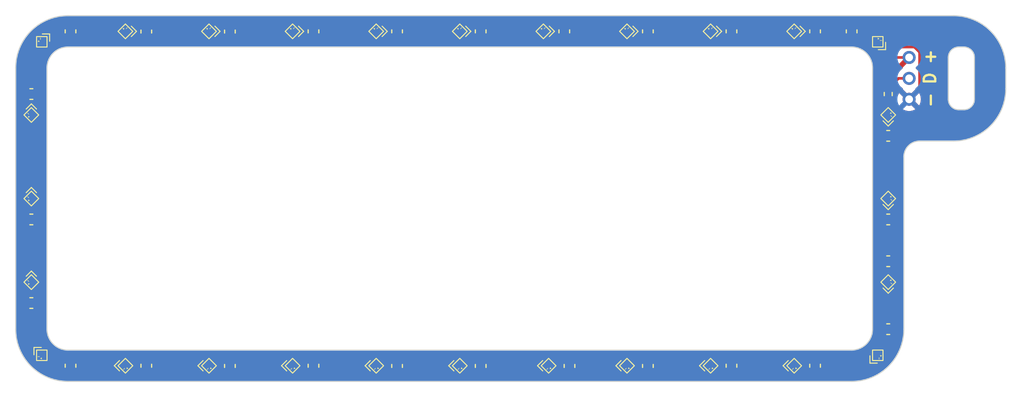
<source format=kicad_pcb>
(kicad_pcb (version 20221018) (generator pcbnew)
  (layers (0 "F.Cu" signal) (31 "B.Cu" signal) (34 "B.Paste" user) (35 "F.Paste" user) (36 "B.SilkS" user "B.Silkscreen") (37 "F.SilkS" user "F.Silkscreen") (38 "B.Mask" user) (39 "F.Mask" user) (44 "Edge.Cuts" user))
  (net 0 "")
  (net 1 "Net-(J1-Pin_2)")
  (net 2 "Net-(LED1-DO)")
  (net 3 "Net-(LED1-DI)")
  (net 4 "Net-(LED2-DO)")
  (net 5 "Net-(LED13-DO)")
  (net 6 "Net-(LED3-DO)")
  (net 7 "Net-(LED4-DO)")
  (net 8 "Net-(LED5-DO)")
  (net 9 "Net-(LED6-DO)")
  (net 10 "Net-(LED7-DO)")
  (net 11 "Net-(LED10-DI)")
  (net 12 "Net-(LED10-DO)")
  (net 13 "Net-(LED11-DO)")
  (net 14 "Net-(LED12-DO)")
  (net 15 "Net-(LED14-DO)")
  (net 16 "Net-(LED8-DO)")
  (net 17 "GND")
  (net 18 "VDD")
  (net 19 "Net-(LED15-DO)")
  (net 20 "Net-(LED16-DO)")
  (net 21 "Net-(LED17-DO)")
  (net 22 "Net-(LED18-DO)")
  (net 23 "Net-(LED19-DO)")
  (net 24 "Net-(LED20-DO)")
  (net 25 "Net-(LED21-DO)")
  (net 26 "Net-(LED22-DO)")
  (net 27 "Net-(LED23-DO)")
  (net 28 "Net-(LED24-DO)")
  (net 29 "Net-(LED25-DO)")
  (net 30 "Net-(LED26-DO)")
  (net 31 "Net-(LED27-DO)")
  (footprint "visorlight_parts:LED_1010RGBC" (layer "F.Cu") (at 109 92 -45)
    (fp_text reference "LED17" hide)
    (fp_text value "~" hide)
    (pad "1" smd roundrect (at -0.425 -0.425 315) (size 0.45 0.45) (layers "F.Cu" "F.Paste" "F.Mask") (roundrect_rratio 0.1) (net 21 "Net-(LED17-DO)"))
    (pad "2" smd roundrect (at 0.425 -0.425 315) (size 0.45 0.45) (layers "F.Cu" "F.Paste" "F.Mask") (roundrect_rratio 0.1) (net 18 "VDD"))
    (pad "3" smd roundrect (at -0.425 0.425 315) (size 0.45 0.45) (layers "F.Cu" "F.Paste" "F.Mask") (roundrect_rratio 0.1) (net 17 "GND"))
    (pad "4" smd roundrect (at 0.425 0.425 315) (size 0.45 0.45) (layers "F.Cu" "F.Paste" "F.Mask") (roundrect_rratio 0.1) (net 20 "Net-(LED16-DO)"))
  )
  (footprint "visorlight_parts:LED_1010RGBC" (layer "F.Cu") (at 191 108 135)
    (fp_text reference "LED3" hide)
    (fp_text value "~" hide)
    (pad "1" smd roundrect (at -0.425 -0.425 135) (size 0.45 0.45) (layers "F.Cu" "F.Paste" "F.Mask") (roundrect_rratio 0.1) (net 6 "Net-(LED3-DO)"))
    (pad "2" smd roundrect (at 0.425 -0.425 135) (size 0.45 0.45) (layers "F.Cu" "F.Paste" "F.Mask") (roundrect_rratio 0.1) (net 18 "VDD"))
    (pad "3" smd roundrect (at -0.425 0.425 135) (size 0.45 0.45) (layers "F.Cu" "F.Paste" "F.Mask") (roundrect_rratio 0.1) (net 17 "GND"))
    (pad "4" smd roundrect (at 0.425 0.425 135) (size 0.45 0.45) (layers "F.Cu" "F.Paste" "F.Mask") (roundrect_rratio 0.1) (net 4 "Net-(LED2-DO)"))
  )
  (footprint "Capacitor_SMD:C_0603_1608Metric" (layer "F.Cu") (at 109 102 180)
    (fp_text reference "C16" hide)
    (fp_text value "0.1µF" hide)
    (pad "1" smd roundrect (at -0.775 0 180) (size 0.9 0.95) (layers "F.Cu" "F.Paste" "F.Mask") (net 18 "VDD"))
    (pad "2" smd roundrect (at 0.775 0 180) (size 0.9 0.95) (layers "F.Cu" "F.Paste" "F.Mask") (net 17 "GND"))
  )
  (footprint "Capacitor_SMD:C_0603_1608Metric" (layer "F.Cu") (at 152 116.02 -90)
    (fp_text reference "C9" hide)
    (fp_text value "0.1µF" hide)
    (pad "1" smd roundrect (at -0.775 0 270) (size 0.9 0.95) (layers "F.Cu" "F.Paste" "F.Mask") (net 18 "VDD"))
    (pad "2" smd roundrect (at 0.775 0 270) (size 0.9 0.95) (layers "F.Cu" "F.Paste" "F.Mask") (net 17 "GND"))
  )
  (footprint "visorlight_parts:LED_1010RGBC" (layer "F.Cu") (at 191 100 135)
    (fp_text reference "LED2" hide)
    (fp_text value "~" hide)
    (pad "1" smd roundrect (at -0.425 -0.425 135) (size 0.45 0.45) (layers "F.Cu" "F.Paste" "F.Mask") (roundrect_rratio 0.1) (net 4 "Net-(LED2-DO)"))
    (pad "2" smd roundrect (at 0.425 -0.425 135) (size 0.45 0.45) (layers "F.Cu" "F.Paste" "F.Mask") (roundrect_rratio 0.1) (net 18 "VDD"))
    (pad "3" smd roundrect (at -0.425 0.425 135) (size 0.45 0.45) (layers "F.Cu" "F.Paste" "F.Mask") (roundrect_rratio 0.1) (net 17 "GND"))
    (pad "4" smd roundrect (at 0.425 0.425 135) (size 0.45 0.45) (layers "F.Cu" "F.Paste" "F.Mask") (roundrect_rratio 0.1) (net 2 "Net-(LED1-DO)"))
  )
  (footprint "Capacitor_SMD:C_0603_1608Metric" (layer "F.Cu") (at 160 84 90)
    (fp_text reference "C24" hide)
    (fp_text value "0.1µF" hide)
    (pad "1" smd roundrect (at -0.775 0 90) (size 0.9 0.95) (layers "F.Cu" "F.Paste" "F.Mask") (net 18 "VDD"))
    (pad "2" smd roundrect (at 0.775 0 90) (size 0.9 0.95) (layers "F.Cu" "F.Paste" "F.Mask") (net 17 "GND"))
  )
  (footprint "visorlight_parts:LED_1010RGBC" (layer "F.Cu") (at 190 115 90)
    (fp_text reference "LED4" hide)
    (fp_text value "~" hide)
    (pad "1" smd roundrect (at -0.425 -0.425 90) (size 0.45 0.45) (layers "F.Cu" "F.Paste" "F.Mask") (roundrect_rratio 0.1) (net 7 "Net-(LED4-DO)"))
    (pad "2" smd roundrect (at 0.425 -0.425 90) (size 0.45 0.45) (layers "F.Cu" "F.Paste" "F.Mask") (roundrect_rratio 0.1) (net 18 "VDD"))
    (pad "3" smd roundrect (at -0.425 0.425 90) (size 0.45 0.45) (layers "F.Cu" "F.Paste" "F.Mask") (roundrect_rratio 0.1) (net 17 "GND"))
    (pad "4" smd roundrect (at 0.425 0.425 90) (size 0.45 0.45) (layers "F.Cu" "F.Paste" "F.Mask") (roundrect_rratio 0.1) (net 6 "Net-(LED3-DO)"))
  )
  (footprint "visorlight_parts:LED_1010RGBC" (layer "F.Cu") (at 142 116 45)
    (fp_text reference "LED10" hide)
    (fp_text value "~" hide)
    (pad "1" smd roundrect (at -0.425 -0.425 45) (size 0.45 0.45) (layers "F.Cu" "F.Paste" "F.Mask") (roundrect_rratio 0.1) (net 12 "Net-(LED10-DO)"))
    (pad "2" smd roundrect (at 0.425 -0.425 45) (size 0.45 0.45) (layers "F.Cu" "F.Paste" "F.Mask") (roundrect_rratio 0.1) (net 18 "VDD"))
    (pad "3" smd roundrect (at -0.425 0.425 45) (size 0.45 0.45) (layers "F.Cu" "F.Paste" "F.Mask") (roundrect_rratio 0.1) (net 17 "GND"))
    (pad "4" smd roundrect (at 0.425 0.425 45) (size 0.45 0.45) (layers "F.Cu" "F.Paste" "F.Mask") (roundrect_rratio 0.1) (net 11 "Net-(LED10-DI)"))
  )
  (footprint "Capacitor_SMD:C_0603_1608Metric" (layer "F.Cu") (at 109 110 180)
    (fp_text reference "C15" hide)
    (fp_text value "0.1µF" hide)
    (pad "1" smd roundrect (at -0.775 0 180) (size 0.9 0.95) (layers "F.Cu" "F.Paste" "F.Mask") (net 18 "VDD"))
    (pad "2" smd roundrect (at 0.775 0 180) (size 0.9 0.95) (layers "F.Cu" "F.Paste" "F.Mask") (net 17 "GND"))
  )
  (footprint "visorlight_parts:LED_1010RGBC" (layer "F.Cu") (at 134 116 45)
    (fp_text reference "LED11" hide)
    (fp_text value "~" hide)
    (pad "1" smd roundrect (at -0.425 -0.425 45) (size 0.45 0.45) (layers "F.Cu" "F.Paste" "F.Mask") (roundrect_rratio 0.1) (net 13 "Net-(LED11-DO)"))
    (pad "2" smd roundrect (at 0.425 -0.425 45) (size 0.45 0.45) (layers "F.Cu" "F.Paste" "F.Mask") (roundrect_rratio 0.1) (net 18 "VDD"))
    (pad "3" smd roundrect (at -0.425 0.425 45) (size 0.45 0.45) (layers "F.Cu" "F.Paste" "F.Mask") (roundrect_rratio 0.1) (net 17 "GND"))
    (pad "4" smd roundrect (at 0.425 0.425 45) (size 0.45 0.45) (layers "F.Cu" "F.Paste" "F.Mask") (roundrect_rratio 0.1) (net 12 "Net-(LED10-DO)"))
  )
  (footprint "Capacitor_SMD:C_0603_1608Metric" (layer "F.Cu") (at 187.5 84 90)
    (fp_text reference "C28" hide)
    (fp_text value "0.1µF")
    (pad "1" smd roundrect (at -0.775 0 90) (size 0.9 0.95) (layers "F.Cu" "F.Paste" "F.Mask") (net 18 "VDD"))
    (pad "2" smd roundrect (at 0.775 0 90) (size 0.9 0.95) (layers "F.Cu" "F.Paste" "F.Mask") (net 17 "GND"))
  )
  (footprint "visorlight_parts:LED_1010RGBC" (layer "F.Cu") (at 134 84 -135)
    (fp_text reference "LED21" hide)
    (fp_text value "~" hide)
    (pad "1" smd roundrect (at -0.425 -0.425 225) (size 0.45 0.45) (layers "F.Cu" "F.Paste" "F.Mask") (roundrect_rratio 0.1) (net 25 "Net-(LED21-DO)"))
    (pad "2" smd roundrect (at 0.425 -0.425 225) (size 0.45 0.45) (layers "F.Cu" "F.Paste" "F.Mask") (roundrect_rratio 0.1) (net 18 "VDD"))
    (pad "3" smd roundrect (at -0.425 0.425 225) (size 0.45 0.45) (layers "F.Cu" "F.Paste" "F.Mask") (roundrect_rratio 0.1) (net 17 "GND"))
    (pad "4" smd roundrect (at 0.425 0.425 225) (size 0.45 0.45) (layers "F.Cu" "F.Paste" "F.Mask") (roundrect_rratio 0.1) (net 24 "Net-(LED20-DO)"))
  )
  (footprint "Capacitor_SMD:C_0603_1608Metric" (layer "F.Cu") (at 128 84.02 90)
    (fp_text reference "C20" hide)
    (fp_text value "0.1µF" hide)
    (pad "1" smd roundrect (at -0.775 0 90) (size 0.9 0.95) (layers "F.Cu" "F.Paste" "F.Mask") (net 18 "VDD"))
    (pad "2" smd roundrect (at 0.775 0 90) (size 0.9 0.95) (layers "F.Cu" "F.Paste" "F.Mask") (net 17 "GND"))
  )
  (footprint "visorlight_parts:LED_1010RGBC" (layer "F.Cu") (at 118 84 -135)
    (fp_text reference "LED19" hide)
    (fp_text value "~" hide)
    (pad "1" smd roundrect (at -0.425 -0.425 225) (size 0.45 0.45) (layers "F.Cu" "F.Paste" "F.Mask") (roundrect_rratio 0.1) (net 23 "Net-(LED19-DO)"))
    (pad "2" smd roundrect (at 0.425 -0.425 225) (size 0.45 0.45) (layers "F.Cu" "F.Paste" "F.Mask") (roundrect_rratio 0.1) (net 18 "VDD"))
    (pad "3" smd roundrect (at -0.425 0.425 225) (size 0.45 0.45) (layers "F.Cu" "F.Paste" "F.Mask") (roundrect_rratio 0.1) (net 17 "GND"))
    (pad "4" smd roundrect (at 0.425 0.425 225) (size 0.45 0.45) (layers "F.Cu" "F.Paste" "F.Mask") (roundrect_rratio 0.1) (net 22 "Net-(LED18-DO)"))
  )
  (footprint "visorlight_parts:LED_1010RGBC" (layer "F.Cu") (at 150 84 -135)
    (fp_text reference "LED23" hide)
    (fp_text value "~" hide)
    (pad "1" smd roundrect (at -0.425 -0.425 225) (size 0.45 0.45) (layers "F.Cu" "F.Paste" "F.Mask") (roundrect_rratio 0.1) (net 27 "Net-(LED23-DO)"))
    (pad "2" smd roundrect (at 0.425 -0.425 225) (size 0.45 0.45) (layers "F.Cu" "F.Paste" "F.Mask") (roundrect_rratio 0.1) (net 18 "VDD"))
    (pad "3" smd roundrect (at -0.425 0.425 225) (size 0.45 0.45) (layers "F.Cu" "F.Paste" "F.Mask") (roundrect_rratio 0.1) (net 17 "GND"))
    (pad "4" smd roundrect (at 0.425 0.425 225) (size 0.45 0.45) (layers "F.Cu" "F.Paste" "F.Mask") (roundrect_rratio 0.1) (net 26 "Net-(LED22-DO)"))
  )
  (footprint "visorlight_parts:LED_1010RGBC" (layer "F.Cu") (at 191 92 135)
    (fp_text reference "LED1" hide)
    (fp_text value "~" hide)
    (pad "1" smd roundrect (at -0.425 -0.425 135) (size 0.45 0.45) (layers "F.Cu" "F.Paste" "F.Mask") (roundrect_rratio 0.1) (net 2 "Net-(LED1-DO)"))
    (pad "2" smd roundrect (at 0.425 -0.425 135) (size 0.45 0.45) (layers "F.Cu" "F.Paste" "F.Mask") (roundrect_rratio 0.1) (net 18 "VDD"))
    (pad "3" smd roundrect (at -0.425 0.425 135) (size 0.45 0.45) (layers "F.Cu" "F.Paste" "F.Mask") (roundrect_rratio 0.1) (net 17 "GND"))
    (pad "4" smd roundrect (at 0.425 0.425 135) (size 0.45 0.45) (layers "F.Cu" "F.Paste" "F.Mask") (roundrect_rratio 0.1) (net 3 "Net-(LED1-DI)"))
  )
  (footprint "Capacitor_SMD:C_0603_1608Metric" (layer "F.Cu") (at 191 106)
    (fp_text reference "C3" hide)
    (fp_text value "0.1µF" hide)
    (pad "1" smd roundrect (at -0.775 0) (size 0.9 0.95) (layers "F.Cu" "F.Paste" "F.Mask") (net 18 "VDD"))
    (pad "2" smd roundrect (at 0.775 0) (size 0.9 0.95) (layers "F.Cu" "F.Paste" "F.Mask") (net 17 "GND"))
  )
  (footprint "Capacitor_SMD:C_0603_1608Metric" (layer "F.Cu") (at 191 94 180)
    (fp_text reference "C1" hide)
    (fp_text value "0.1µF" hide)
    (pad "1" smd roundrect (at -0.775 0 180) (size 0.9 0.95) (layers "F.Cu" "F.Paste" "F.Mask") (net 17 "GND"))
    (pad "2" smd roundrect (at 0.775 0 180) (size 0.9 0.95) (layers "F.Cu" "F.Paste" "F.Mask") (net 18 "VDD"))
  )
  (footprint "visorlight_parts:LED_1010RGBC" (layer "F.Cu") (at 110 115)
    (fp_text reference "LED14" hide)
    (fp_text value "~" hide)
    (pad "1" smd roundrect (at -0.425 -0.425) (size 0.45 0.45) (layers "F.Cu" "F.Paste" "F.Mask") (roundrect_rratio 0.1) (net 15 "Net-(LED14-DO)"))
    (pad "2" smd roundrect (at 0.425 -0.425) (size 0.45 0.45) (layers "F.Cu" "F.Paste" "F.Mask") (roundrect_rratio 0.1) (net 18 "VDD"))
    (pad "3" smd roundrect (at -0.425 0.425) (size 0.45 0.45) (layers "F.Cu" "F.Paste" "F.Mask") (roundrect_rratio 0.1) (net 17 "GND"))
    (pad "4" smd roundrect (at 0.425 0.425) (size 0.45 0.45) (layers "F.Cu" "F.Paste" "F.Mask") (roundrect_rratio 0.1) (net 5 "Net-(LED13-DO)"))
  )
  (footprint "visorlight_parts:LED_1010RGBC" (layer "F.Cu") (at 174 116 45)
    (fp_text reference "LED6" hide)
    (fp_text value "~" hide)
    (pad "1" smd roundrect (at -0.425 -0.425 45) (size 0.45 0.45) (layers "F.Cu" "F.Paste" "F.Mask") (roundrect_rratio 0.1) (net 9 "Net-(LED6-DO)"))
    (pad "2" smd roundrect (at 0.425 -0.425 45) (size 0.45 0.45) (layers "F.Cu" "F.Paste" "F.Mask") (roundrect_rratio 0.1) (net 18 "VDD"))
    (pad "3" smd roundrect (at -0.425 0.425 45) (size 0.45 0.45) (layers "F.Cu" "F.Paste" "F.Mask") (roundrect_rratio 0.1) (net 17 "GND"))
    (pad "4" smd roundrect (at 0.425 0.425 45) (size 0.45 0.45) (layers "F.Cu" "F.Paste" "F.Mask") (roundrect_rratio 0.1) (net 8 "Net-(LED5-DO)"))
  )
  (footprint "Capacitor_SMD:C_0603_1608Metric" (layer "F.Cu") (at 184 116 -90)
    (fp_text reference "C5" hide)
    (fp_text value "0.1µF" hide)
    (pad "1" smd roundrect (at -0.775 0 270) (size 0.9 0.95) (layers "F.Cu" "F.Paste" "F.Mask") (net 18 "VDD"))
    (pad "2" smd roundrect (at 0.775 0 270) (size 0.9 0.95) (layers "F.Cu" "F.Paste" "F.Mask") (net 17 "GND"))
  )
  (footprint "visorlight_parts:LED_1010RGBC" (layer "F.Cu") (at 126 116 45)
    (fp_text reference "LED12" hide)
    (fp_text value "~" hide)
    (pad "1" smd roundrect (at -0.425 -0.425 45) (size 0.45 0.45) (layers "F.Cu" "F.Paste" "F.Mask") (roundrect_rratio 0.1) (net 14 "Net-(LED12-DO)"))
    (pad "2" smd roundrect (at 0.425 -0.425 45) (size 0.45 0.45) (layers "F.Cu" "F.Paste" "F.Mask") (roundrect_rratio 0.1) (net 18 "VDD"))
    (pad "3" smd roundrect (at -0.425 0.425 45) (size 0.45 0.45) (layers "F.Cu" "F.Paste" "F.Mask") (roundrect_rratio 0.1) (net 17 "GND"))
    (pad "4" smd roundrect (at 0.425 0.425 45) (size 0.45 0.45) (layers "F.Cu" "F.Paste" "F.Mask") (roundrect_rratio 0.1) (net 13 "Net-(LED11-DO)"))
  )
  (footprint "visorlight_parts:LED_1010RGBC" (layer "F.Cu") (at 158.5 116 45)
    (fp_text reference "LED8" hide)
    (fp_text value "~" hide)
    (pad "1" smd roundrect (at -0.425 -0.425 45) (size 0.45 0.45) (layers "F.Cu" "F.Paste" "F.Mask") (roundrect_rratio 0.1) (net 16 "Net-(LED8-DO)"))
    (pad "2" smd roundrect (at 0.425 -0.425 45) (size 0.45 0.45) (layers "F.Cu" "F.Paste" "F.Mask") (roundrect_rratio 0.1) (net 18 "VDD"))
    (pad "3" smd roundrect (at -0.425 0.425 45) (size 0.45 0.45) (layers "F.Cu" "F.Paste" "F.Mask") (roundrect_rratio 0.1) (net 17 "GND"))
    (pad "4" smd roundrect (at 0.425 0.425 45) (size 0.45 0.45) (layers "F.Cu" "F.Paste" "F.Mask") (roundrect_rratio 0.1) (net 10 "Net-(LED7-DO)"))
  )
  (footprint "visorlight_parts:LED_1010RGBC" (layer "F.Cu") (at 109 100 -45)
    (fp_text reference "LED16" hide)
    (fp_text value "~" hide)
    (pad "1" smd roundrect (at -0.425 -0.425 315) (size 0.45 0.45) (layers "F.Cu" "F.Paste" "F.Mask") (roundrect_rratio 0.1) (net 20 "Net-(LED16-DO)"))
    (pad "2" smd roundrect (at 0.425 -0.425 315) (size 0.45 0.45) (layers "F.Cu" "F.Paste" "F.Mask") (roundrect_rratio 0.1) (net 18 "VDD"))
    (pad "3" smd roundrect (at -0.425 0.425 315) (size 0.45 0.45) (layers "F.Cu" "F.Paste" "F.Mask") (roundrect_rratio 0.1) (net 17 "GND"))
    (pad "4" smd roundrect (at 0.425 0.425 315) (size 0.45 0.45) (layers "F.Cu" "F.Paste" "F.Mask") (roundrect_rratio 0.1) (net 19 "Net-(LED15-DO)"))
  )
  (footprint "visorlight_parts:LED_1010RGBC" (layer "F.Cu") (at 166 116 45)
    (fp_text reference "LED7" hide)
    (fp_text value "~" hide)
    (pad "1" smd roundrect (at -0.425 -0.425 45) (size 0.45 0.45) (layers "F.Cu" "F.Paste" "F.Mask") (roundrect_rratio 0.1) (net 10 "Net-(LED7-DO)"))
    (pad "2" smd roundrect (at 0.425 -0.425 45) (size 0.45 0.45) (layers "F.Cu" "F.Paste" "F.Mask") (roundrect_rratio 0.1) (net 18 "VDD"))
    (pad "3" smd roundrect (at -0.425 0.425 45) (size 0.45 0.45) (layers "F.Cu" "F.Paste" "F.Mask") (roundrect_rratio 0.1) (net 17 "GND"))
    (pad "4" smd roundrect (at 0.425 0.425 45) (size 0.45 0.45) (layers "F.Cu" "F.Paste" "F.Mask") (roundrect_rratio 0.1) (net 9 "Net-(LED6-DO)"))
  )
  (footprint "Capacitor_SMD:C_0603_1608Metric" (layer "F.Cu") (at 120 116 -90)
    (fp_text reference "C13" hide)
    (fp_text value "0.1µF" hide)
    (pad "1" smd roundrect (at -0.775 0 270) (size 0.9 0.95) (layers "F.Cu" "F.Paste" "F.Mask") (net 18 "VDD"))
    (pad "2" smd roundrect (at 0.775 0 270) (size 0.9 0.95) (layers "F.Cu" "F.Paste" "F.Mask") (net 17 "GND"))
  )
  (footprint "visorlight_parts:LED_1010RGBC" (layer "F.Cu") (at 158 84 -135)
    (fp_text reference "LED24" hide)
    (fp_text value "~" hide)
    (pad "1" smd roundrect (at -0.425 -0.425 225) (size 0.45 0.45) (layers "F.Cu" "F.Paste" "F.Mask") (roundrect_rratio 0.1) (net 28 "Net-(LED24-DO)"))
    (pad "2" smd roundrect (at 0.425 -0.425 225) (size 0.45 0.45) (layers "F.Cu" "F.Paste" "F.Mask") (roundrect_rratio 0.1) (net 18 "VDD"))
    (pad "3" smd roundrect (at -0.425 0.425 225) (size 0.45 0.45) (layers "F.Cu" "F.Paste" "F.Mask") (roundrect_rratio 0.1) (net 17 "GND"))
    (pad "4" smd roundrect (at 0.425 0.425 225) (size 0.45 0.45) (layers "F.Cu" "F.Paste" "F.Mask") (roundrect_rratio 0.1) (net 27 "Net-(LED23-DO)"))
  )
  (footprint "visorlight_parts:LED_1010RGBC" (layer "F.Cu") (at 118 116 45)
    (fp_text reference "LED13" hide)
    (fp_text value "~" hide)
    (pad "1" smd roundrect (at -0.425 -0.425 45) (size 0.45 0.45) (layers "F.Cu" "F.Paste" "F.Mask") (roundrect_rratio 0.1) (net 5 "Net-(LED13-DO)"))
    (pad "2" smd roundrect (at 0.425 -0.425 45) (size 0.45 0.45) (layers "F.Cu" "F.Paste" "F.Mask") (roundrect_rratio 0.1) (net 18 "VDD"))
    (pad "3" smd roundrect (at -0.425 0.425 45) (size 0.45 0.45) (layers "F.Cu" "F.Paste" "F.Mask") (roundrect_rratio 0.1) (net 17 "GND"))
    (pad "4" smd roundrect (at 0.425 0.425 45) (size 0.45 0.45) (layers "F.Cu" "F.Paste" "F.Mask") (roundrect_rratio 0.1) (net 14 "Net-(LED12-DO)"))
  )
  (footprint "visorlight_parts:LED_1010RGBC" (layer "F.Cu") (at 166 84 -135)
    (fp_text reference "LED25" hide)
    (fp_text value "~" hide)
    (pad "1" smd roundrect (at -0.425 -0.425 225) (size 0.45 0.45) (layers "F.Cu" "F.Paste" "F.Mask") (roundrect_rratio 0.1) (net 29 "Net-(LED25-DO)"))
    (pad "2" smd roundrect (at 0.425 -0.425 225) (size 0.45 0.45) (layers "F.Cu" "F.Paste" "F.Mask") (roundrect_rratio 0.1) (net 18 "VDD"))
    (pad "3" smd roundrect (at -0.425 0.425 225) (size 0.45 0.45) (layers "F.Cu" "F.Paste" "F.Mask") (roundrect_rratio 0.1) (net 17 "GND"))
    (pad "4" smd roundrect (at 0.425 0.425 225) (size 0.45 0.45) (layers "F.Cu" "F.Paste" "F.Mask") (roundrect_rratio 0.1) (net 28 "Net-(LED24-DO)"))
  )
  (footprint "visorlight_parts:LED_1010RGBC" (layer "F.Cu") (at 126 84 -135)
    (fp_text reference "LED20" hide)
    (fp_text value "~" hide)
    (pad "1" smd roundrect (at -0.425 -0.425 225) (size 0.45 0.45) (layers "F.Cu" "F.Paste" "F.Mask") (roundrect_rratio 0.1) (net 24 "Net-(LED20-DO)"))
    (pad "2" smd roundrect (at 0.425 -0.425 225) (size 0.45 0.45) (layers "F.Cu" "F.Paste" "F.Mask") (roundrect_rratio 0.1) (net 18 "VDD"))
    (pad "3" smd roundrect (at -0.425 0.425 225) (size 0.45 0.45) (layers "F.Cu" "F.Paste" "F.Mask") (roundrect_rratio 0.1) (net 17 "GND"))
    (pad "4" smd roundrect (at 0.425 0.425 225) (size 0.45 0.45) (layers "F.Cu" "F.Paste" "F.Mask") (roundrect_rratio 0.1) (net 23 "Net-(LED19-DO)"))
  )
  (footprint "visorlight_parts:LED_1010RGBC" (layer "F.Cu") (at 109 108 -45)
    (fp_text reference "LED15" hide)
    (fp_text value "~" hide)
    (pad "1" smd roundrect (at -0.425 -0.425 315) (size 0.45 0.45) (layers "F.Cu" "F.Paste" "F.Mask") (roundrect_rratio 0.1) (net 19 "Net-(LED15-DO)"))
    (pad "2" smd roundrect (at 0.425 -0.425 315) (size 0.45 0.45) (layers "F.Cu" "F.Paste" "F.Mask") (roundrect_rratio 0.1) (net 18 "VDD"))
    (pad "3" smd roundrect (at -0.425 0.425 315) (size 0.45 0.45) (layers "F.Cu" "F.Paste" "F.Mask") (roundrect_rratio 0.1) (net 17 "GND"))
    (pad "4" smd roundrect (at 0.425 0.425 315) (size 0.45 0.45) (layers "F.Cu" "F.Paste" "F.Mask") (roundrect_rratio 0.1) (net 15 "Net-(LED14-DO)"))
  )
  (footprint "Capacitor_SMD:C_0603_1608Metric" (layer "F.Cu") (at 128 116.02 -90)
    (fp_text reference "C12" hide)
    (fp_text value "0.1µF" hide)
    (pad "1" smd roundrect (at -0.775 0 270) (size 0.9 0.95) (layers "F.Cu" "F.Paste" "F.Mask") (net 18 "VDD"))
    (pad "2" smd roundrect (at 0.775 0 270) (size 0.9 0.95) (layers "F.Cu" "F.Paste" "F.Mask") (net 17 "GND"))
  )
  (footprint "Capacitor_SMD:C_0603_1608Metric" (layer "F.Cu") (at 191 112.5)
    (fp_text reference "C4" hide)
    (fp_text value "0.1µF")
    (pad "1" smd roundrect (at -0.775 0) (size 0.9 0.95) (layers "F.Cu" "F.Paste" "F.Mask") (net 18 "VDD"))
    (pad "2" smd roundrect (at 0.775 0) (size 0.9 0.95) (layers "F.Cu" "F.Paste" "F.Mask") (net 17 "GND"))
  )
  (footprint "Resistor_SMD:R_0402_1005Metric" (layer "F.Cu") (at 191 90 90)
    (fp_text reference "R1" hide)
    (fp_text value "100Ω" hide)
    (pad "1" smd roundrect (at -0.51 0 90) (size 0.54 0.64) (layers "F.Cu" "F.Paste" "F.Mask") (net 3 "Net-(LED1-DI)"))
    (pad "2" smd roundrect (at 0.51 0 90) (size 0.54 0.64) (layers "F.Cu" "F.Paste" "F.Mask") (net 1 "Net-(J1-Pin_2)"))
  )
  (footprint "Capacitor_SMD:C_0603_1608Metric" (layer "F.Cu") (at 191 102)
    (fp_text reference "C2" hide)
    (fp_text value "0.1µF" hide)
    (pad "1" smd roundrect (at -0.775 0) (size 0.9 0.95) (layers "F.Cu" "F.Paste" "F.Mask") (net 18 "VDD"))
    (pad "2" smd roundrect (at 0.775 0) (size 0.9 0.95) (layers "F.Cu" "F.Paste" "F.Mask") (net 17 "GND"))
  )
  (footprint "visorlight_parts:LED_1010RGBC" (layer "F.Cu") (at 190 85 180)
    (fp_text reference "LED28" hide)
    (fp_text value "~" hide)
    (pad "1" smd roundrect (at -0.425 -0.425 180) (size 0.45 0.45) (layers "F.Cu" "F.Paste" "F.Mask") (roundrect_rratio 0.1))
    (pad "2" smd roundrect (at 0.425 -0.425 180) (size 0.45 0.45) (layers "F.Cu" "F.Paste" "F.Mask") (roundrect_rratio 0.1) (net 18 "VDD"))
    (pad "3" smd roundrect (at -0.425 0.425 180) (size 0.45 0.45) (layers "F.Cu" "F.Paste" "F.Mask") (roundrect_rratio 0.1) (net 17 "GND"))
    (pad "4" smd roundrect (at 0.425 0.425 180) (size 0.45 0.45) (layers "F.Cu" "F.Paste" "F.Mask") (roundrect_rratio 0.1) (net 31 "Net-(LED27-DO)"))
  )
  (footprint "visorlight_parts:LED_1010RGBC" (layer "F.Cu") (at 182 84 -135)
    (fp_text reference "LED27" hide)
    (fp_text value "~" hide)
    (pad "1" smd roundrect (at -0.425 -0.425 225) (size 0.45 0.45) (layers "F.Cu" "F.Paste" "F.Mask") (roundrect_rratio 0.1) (net 31 "Net-(LED27-DO)"))
    (pad "2" smd roundrect (at 0.425 -0.425 225) (size 0.45 0.45) (layers "F.Cu" "F.Paste" "F.Mask") (roundrect_rratio 0.1) (net 18 "VDD"))
    (pad "3" smd roundrect (at -0.425 0.425 225) (size 0.45 0.45) (layers "F.Cu" "F.Paste" "F.Mask") (roundrect_rratio 0.1) (net 17 "GND"))
    (pad "4" smd roundrect (at 0.425 0.425 225) (size 0.45 0.45) (layers "F.Cu" "F.Paste" "F.Mask") (roundrect_rratio 0.1) (net 30 "Net-(LED26-DO)"))
  )
  (footprint "Capacitor_SMD:C_0603_1608Metric" (layer "F.Cu") (at 112.75 84 90)
    (fp_text reference "C18" hide)
    (fp_text value "0.1µF")
    (pad "1" smd roundrect (at -0.775 0 90) (size 0.9 0.95) (layers "F.Cu" "F.Paste" "F.Mask") (net 18 "VDD"))
    (pad "2" smd roundrect (at 0.775 0 90) (size 0.9 0.95) (layers "F.Cu" "F.Paste" "F.Mask") (net 17 "GND"))
  )
  (footprint "Capacitor_SMD:C_0603_1608Metric" (layer "F.Cu") (at 136 84 90)
    (fp_text reference "C21" hide)
    (fp_text value "0.1µF" hide)
    (pad "1" smd roundrect (at -0.775 0 90) (size 0.9 0.95) (layers "F.Cu" "F.Paste" "F.Mask") (net 18 "VDD"))
    (pad "2" smd roundrect (at 0.775 0 90) (size 0.9 0.95) (layers "F.Cu" "F.Paste" "F.Mask") (net 17 "GND"))
  )
  (footprint "visorlight_parts:LED_1010RGBC" (layer "F.Cu") (at 182 116 45)
    (fp_text reference "LED5" hide)
    (fp_text value "~" hide)
    (pad "1" smd roundrect (at -0.425 -0.425 45) (size 0.45 0.45) (layers "F.Cu" "F.Paste" "F.Mask") (roundrect_rratio 0.1) (net 8 "Net-(LED5-DO)"))
    (pad "2" smd roundrect (at 0.425 -0.425 45) (size 0.45 0.45) (layers "F.Cu" "F.Paste" "F.Mask") (roundrect_rratio 0.1) (net 18 "VDD"))
    (pad "3" smd roundrect (at -0.425 0.425 45) (size 0.45 0.45) (layers "F.Cu" "F.Paste" "F.Mask") (roundrect_rratio 0.1) (net 17 "GND"))
    (pad "4" smd roundrect (at 0.425 0.425 45) (size 0.45 0.45) (layers "F.Cu" "F.Paste" "F.Mask") (roundrect_rratio 0.1) (net 7 "Net-(LED4-DO)"))
  )
  (footprint "visorlight_parts:LED_1010RGBC" (layer "F.Cu") (at 150 116 45)
    (fp_text reference "LED9" hide)
    (fp_text value "~" hide)
    (pad "1" smd roundrect (at -0.425 -0.425 45) (size 0.45 0.45) (layers "F.Cu" "F.Paste" "F.Mask") (roundrect_rratio 0.1) (net 11 "Net-(LED10-DI)"))
    (pad "2" smd roundrect (at 0.425 -0.425 45) (size 0.45 0.45) (layers "F.Cu" "F.Paste" "F.Mask") (roundrect_rratio 0.1) (net 18 "VDD"))
    (pad "3" smd roundrect (at -0.425 0.425 45) (size 0.45 0.45) (layers "F.Cu" "F.Paste" "F.Mask") (roundrect_rratio 0.1) (net 17 "GND"))
    (pad "4" smd roundrect (at 0.425 0.425 45) (size 0.45 0.45) (layers "F.Cu" "F.Paste" "F.Mask") (roundrect_rratio 0.1) (net 16 "Net-(LED8-DO)"))
  )
  (footprint "visorlight_parts:LED_1010RGBC" (layer "F.Cu") (at 174 84 -135)
    (fp_text reference "LED26" hide)
    (fp_text value "~" hide)
    (pad "1" smd roundrect (at -0.425 -0.425 225) (size 0.45 0.45) (layers "F.Cu" "F.Paste" "F.Mask") (roundrect_rratio 0.1) (net 30 "Net-(LED26-DO)"))
    (pad "2" smd roundrect (at 0.425 -0.425 225) (size 0.45 0.45) (layers "F.Cu" "F.Paste" "F.Mask") (roundrect_rratio 0.1) (net 18 "VDD"))
    (pad "3" smd roundrect (at -0.425 0.425 225) (size 0.45 0.45) (layers "F.Cu" "F.Paste" "F.Mask") (roundrect_rratio 0.1) (net 17 "GND"))
    (pad "4" smd roundrect (at 0.425 0.425 225) (size 0.45 0.45) (layers "F.Cu" "F.Paste" "F.Mask") (roundrect_rratio 0.1) (net 29 "Net-(LED25-DO)"))
  )
  (footprint "visorlight_parts:Wires_3x_Relief" (layer "F.Cu") (at 193 88.5)
    (fp_text reference "J1" hide)
    (fp_text value "Conn_01x03" hide)
    (fp_text user "- D +" (at 2 0 90 unlocked) (layer "F.SilkS") (effects (font (size 1.1 1.1) (thickness 0.22) bold)))
    (fp_line (start 3.75 -2) (end 3.75 2) (stroke (width 0.1)) (layer "Edge.Cuts"))
    (fp_line (start 4.749998 3) (end 5.249998 3.000002) (stroke (width 0.1)) (layer "Edge.Cuts"))
    (fp_line (start 4.75 -3) (end 5.25 -2.999998) (stroke (width 0.1)) (layer "Edge.Cuts"))
    (fp_line (start 6.25 -2) (end 6.25 2) (stroke (width 0.1)) (layer "Edge.Cuts"))
    (fp_arc (start 3.75 -2) (mid 4.042893 -2.707106) (end 4.75 -3) (stroke (width 0.1)) (layer "Edge.Cuts"))
    (fp_arc (start 4.75 3) (mid 4.042894 2.707107) (end 3.75 2) (stroke (width 0.1)) (layer "Edge.Cuts"))
    (fp_arc (start 5.25 -2.999998) (mid 5.957106 -2.707105) (end 6.25 -1.999998) (stroke (width 0.1)) (layer "Edge.Cuts"))
    (fp_arc (start 6.249998 2.000002) (mid 5.957105 2.707108) (end 5.249998 3.000002) (stroke (width 0.1)) (layer "Edge.Cuts"))
    (pad "1" thru_hole circle (at 0 -2) (size 1.25 1.25) (drill 0.75) (layers "*.Cu" "*.Mask") (net 18 "VDD"))
    (pad "2" thru_hole circle (at 0 0) (size 1.25 1.25) (drill 0.75) (layers "*.Cu" "*.Mask") (net 1 "Net-(J1-Pin_2)"))
    (pad "3" thru_hole circle (at 0 2) (size 1.25 1.25) (drill 0.75) (layers "*.Cu" "*.Mask") (net 17 "GND"))
  )
  (footprint "Capacitor_SMD:C_0603_1608Metric" (layer "F.Cu") (at 176 116 -90)
    (fp_text reference "C6" hide)
    (fp_text value "0.1µF" hide)
    (pad "1" smd roundrect (at -0.775 0 270) (size 0.9 0.95) (layers "F.Cu" "F.Paste" "F.Mask") (net 18 "VDD"))
    (pad "2" smd roundrect (at 0.775 0 270) (size 0.9 0.95) (layers "F.Cu" "F.Paste" "F.Mask") (net 17 "GND"))
  )
  (footprint "Capacitor_SMD:C_0603_1608Metric" (layer "F.Cu") (at 112.75 116 -90)
    (fp_text reference "C14" hide)
    (fp_text value "0.1µF")
    (pad "1" smd roundrect (at -0.775 0 270) (size 0.9 0.95) (layers "F.Cu" "F.Paste" "F.Mask") (net 18 "VDD"))
    (pad "2" smd roundrect (at 0.775 0 270) (size 0.9 0.95) (layers "F.Cu" "F.Paste" "F.Mask") (net 17 "GND"))
  )
  (footprint "visorlight_parts:LED_1010RGBC" (layer "F.Cu") (at 142 84 -135)
    (fp_text reference "LED22" hide)
    (fp_text value "~" hide)
    (pad "1" smd roundrect (at -0.425 -0.425 225) (size 0.45 0.45) (layers "F.Cu" "F.Paste" "F.Mask") (roundrect_rratio 0.1) (net 26 "Net-(LED22-DO)"))
    (pad "2" smd roundrect (at 0.425 -0.425 225) (size 0.45 0.45) (layers "F.Cu" "F.Paste" "F.Mask") (roundrect_rratio 0.1) (net 18 "VDD"))
    (pad "3" smd roundrect (at -0.425 0.425 225) (size 0.45 0.45) (layers "F.Cu" "F.Paste" "F.Mask") (roundrect_rratio 0.1) (net 17 "GND"))
    (pad "4" smd roundrect (at 0.425 0.425 225) (size 0.45 0.45) (layers "F.Cu" "F.Paste" "F.Mask") (roundrect_rratio 0.1) (net 25 "Net-(LED21-DO)"))
  )
  (footprint "Capacitor_SMD:C_0603_1608Metric" (layer "F.Cu") (at 152 84 90)
    (fp_text reference "C23" hide)
    (fp_text value "0.1µF" hide)
    (pad "1" smd roundrect (at -0.775 0 90) (size 0.9 0.95) (layers "F.Cu" "F.Paste" "F.Mask") (net 18 "VDD"))
    (pad "2" smd roundrect (at 0.775 0 90) (size 0.9 0.95) (layers "F.Cu" "F.Paste" "F.Mask") (net 17 "GND"))
  )
  (footprint "visorlight_parts:LED_1010RGBC" (layer "F.Cu") (at 110 85 -90)
    (fp_text reference "LED18" hide)
    (fp_text value "~" hide)
    (pad "1" smd roundrect (at -0.425 -0.425 270) (size 0.45 0.45) (layers "F.Cu" "F.Paste" "F.Mask") (roundrect_rratio 0.1) (net 22 "Net-(LED18-DO)"))
    (pad "2" smd roundrect (at 0.425 -0.425 270) (size 0.45 0.45) (layers "F.Cu" "F.Paste" "F.Mask") (roundrect_rratio 0.1) (net 18 "VDD"))
    (pad "3" smd roundrect (at -0.425 0.425 270) (size 0.45 0.45) (layers "F.Cu" "F.Paste" "F.Mask") (roundrect_rratio 0.1) (net 17 "GND"))
    (pad "4" smd roundrect (at 0.425 0.425 270) (size 0.45 0.45) (layers "F.Cu" "F.Paste" "F.Mask") (roundrect_rratio 0.1) (net 21 "Net-(LED17-DO)"))
  )
  (footprint "Capacitor_SMD:C_0603_1608Metric" (layer "F.Cu") (at 184 84 90)
    (fp_text reference "C27" hide)
    (fp_text value "0.1µF" hide)
    (pad "1" smd roundrect (at -0.775 0 90) (size 0.9 0.95) (layers "F.Cu" "F.Paste" "F.Mask") (net 18 "VDD"))
    (pad "2" smd roundrect (at 0.775 0 90) (size 0.9 0.95) (layers "F.Cu" "F.Paste" "F.Mask") (net 17 "GND"))
  )
  (footprint "Capacitor_SMD:C_0603_1608Metric" (layer "F.Cu") (at 109 90 180)
    (fp_text reference "C17" hide)
    (fp_text value "0.1µF" hide)
    (pad "1" smd roundrect (at -0.775 0 180) (size 0.9 0.95) (layers "F.Cu" "F.Paste" "F.Mask") (net 18 "VDD"))
    (pad "2" smd roundrect (at 0.775 0 180) (size 0.9 0.95) (layers "F.Cu" "F.Paste" "F.Mask") (net 17 "GND"))
  )
  (footprint "Capacitor_SMD:C_0603_1608Metric" (layer "F.Cu") (at 168 84 90)
    (fp_text reference "C25" hide)
    (fp_text value "0.1µF" hide)
    (pad "1" smd roundrect (at -0.775 0 90) (size 0.9 0.95) (layers "F.Cu" "F.Paste" "F.Mask") (net 18 "VDD"))
    (pad "2" smd roundrect (at 0.775 0 90) (size 0.9 0.95) (layers "F.Cu" "F.Paste" "F.Mask") (net 17 "GND"))
  )
  (footprint "Capacitor_SMD:C_0603_1608Metric" (layer "F.Cu") (at 176 84 90)
    (fp_text reference "C26" hide)
    (fp_text value "0.1µF" hide)
    (pad "1" smd roundrect (at -0.775 0 90) (size 0.9 0.95) (layers "F.Cu" "F.Paste" "F.Mask") (net 18 "VDD"))
    (pad "2" smd roundrect (at 0.775 0 90) (size 0.9 0.95) (layers "F.Cu" "F.Paste" "F.Mask") (net 17 "GND"))
  )
  (footprint "Capacitor_SMD:C_0603_1608Metric" (layer "F.Cu") (at 144 116.02 -90)
    (fp_text reference "C10" hide)
    (fp_text value "0.1µF" hide)
    (pad "1" smd roundrect (at -0.775 0 270) (size 0.9 0.95) (layers "F.Cu" "F.Paste" "F.Mask") (net 18 "VDD"))
    (pad "2" smd roundrect (at 0.775 0 270) (size 0.9 0.95) (layers "F.Cu" "F.Paste" "F.Mask") (net 17 "GND"))
  )
  (footprint "Capacitor_SMD:C_0603_1608Metric" (layer "F.Cu") (at 136 116 -90)
    (fp_text reference "C11" hide)
    (fp_text value "0.1µF" hide)
    (pad "1" smd roundrect (at -0.775 0 270) (size 0.9 0.95) (layers "F.Cu" "F.Paste" "F.Mask") (net 18 "VDD"))
    (pad "2" smd roundrect (at 0.775 0 270) (size 0.9 0.95) (layers "F.Cu" "F.Paste" "F.Mask") (net 17 "GND"))
  )
  (footprint "Capacitor_SMD:C_0603_1608Metric" (layer "F.Cu") (at 120 84.02 90)
    (fp_text reference "C19" hide)
    (fp_text value "0.1µF" hide)
    (pad "1" smd roundrect (at -0.775 0 90) (size 0.9 0.95) (layers "F.Cu" "F.Paste" "F.Mask") (net 18 "VDD"))
    (pad "2" smd roundrect (at 0.775 0 90) (size 0.9 0.95) (layers "F.Cu" "F.Paste" "F.Mask") (net 17 "GND"))
  )
  (footprint "Capacitor_SMD:C_0603_1608Metric" (layer "F.Cu") (at 160.5 116.02 -90)
    (fp_text reference "C8" hide)
    (fp_text value "0.1µF" hide)
    (pad "1" smd roundrect (at -0.775 0 270) (size 0.9 0.95) (layers "F.Cu" "F.Paste" "F.Mask") (net 18 "VDD"))
    (pad "2" smd roundrect (at 0.775 0 270) (size 0.9 0.95) (layers "F.Cu" "F.Paste" "F.Mask") (net 17 "GND"))
  )
  (footprint "Capacitor_SMD:C_0603_1608Metric" (layer "F.Cu") (at 168 116.02 -90)
    (fp_text reference "C7" hide)
    (fp_text value "0.1µF" hide)
    (pad "1" smd roundrect (at -0.775 0 270) (size 0.9 0.95) (layers "F.Cu" "F.Paste" "F.Mask") (net 18 "VDD"))
    (pad "2" smd roundrect (at 0.775 0 270) (size 0.9 0.95) (layers "F.Cu" "F.Paste" "F.Mask") (net 17 "GND"))
  )
  (footprint "Capacitor_SMD:C_0603_1608Metric" (layer "F.Cu") (at 144 84 90)
    (fp_text reference "C22" hide)
    (fp_text value "0.1µF" hide)
    (pad "1" smd roundrect (at -0.775 0 90) (size 0.9 0.95) (layers "F.Cu" "F.Paste" "F.Mask") (net 18 "VDD"))
    (pad "2" smd roundrect (at 0.775 0 90) (size 0.9 0.95) (layers "F.Cu" "F.Paste" "F.Mask") (net 17 "GND"))
  )
  (gr_line (start 112.5 114.5) (end 187.5 114.5) (stroke (width 0.1)) (layer "Edge.Cuts"))
  (gr_arc (start 112.5 117.5) (mid 108.964466 116.035534) (end 107.5 112.5) (stroke (width 0.1)) (layer "Edge.Cuts"))
  (gr_arc (start 187.5 85.5) (mid 188.914214 86.085786) (end 189.5 87.5) (stroke (width 0.1)) (layer "Edge.Cuts"))
  (gr_line (start 202.25 87.5) (end 202.25 89.5) (stroke (width 0.1)) (layer "Edge.Cuts"))
  (gr_arc (start 107.5 87.5) (mid 108.964466 83.964466) (end 112.5 82.5) (stroke (width 0.1)) (layer "Edge.Cuts"))
  (gr_line (start 112.5 117.5) (end 187.5 117.5) (stroke (width 0.1)) (layer "Edge.Cuts"))
  (gr_line (start 189.5 87.5) (end 189.5 112.5) (stroke (width 0.1)) (layer "Edge.Cuts"))
  (gr_line (start 110.5 87.5) (end 110.5 112.5) (stroke (width 0.1)) (layer "Edge.Cuts"))
  (gr_line (start 194 94.5) (end 197.25 94.5) (stroke (width 0.1)) (layer "Edge.Cuts"))
  (gr_arc (start 192.5 112.5) (mid 191.035534 116.035534) (end 187.5 117.5) (stroke (width 0.1)) (layer "Edge.Cuts"))
  (gr_arc (start 202.25 89.5) (mid 200.785534 93.035534) (end 197.25 94.5) (stroke (width 0.1)) (layer "Edge.Cuts"))
  (gr_line (start 107.5 87.5) (end 107.5 112.5) (stroke (width 0.1)) (layer "Edge.Cuts"))
  (gr_line (start 112.5 82.5) (end 197.25 82.5) (stroke (width 0.1)) (layer "Edge.Cuts"))
  (gr_arc (start 112.5 114.5) (mid 111.085786 113.914214) (end 110.5 112.5) (stroke (width 0.1)) (layer "Edge.Cuts"))
  (gr_line (start 192.5 112.5) (end 192.5 96) (stroke (width 0.1)) (layer "Edge.Cuts"))
  (gr_arc (start 189.5 112.5) (mid 188.914214 113.914214) (end 187.5 114.5) (stroke (width 0.1)) (layer "Edge.Cuts"))
  (gr_arc (start 110.5 87.5) (mid 111.085786 86.085786) (end 112.5 85.5) (stroke (width 0.1)) (layer "Edge.Cuts"))
  (gr_line (start 112.5 85.5) (end 187.5 85.5) (stroke (width 0.1)) (layer "Edge.Cuts"))
  (gr_arc (start 197.25 82.5) (mid 200.785534 83.964466) (end 202.25 87.5) (stroke (width 0.1)) (layer "Edge.Cuts"))
  (gr_arc (start 192.5 96) (mid 192.93934 94.93934) (end 194 94.5) (stroke (width 0.1)) (layer "Edge.Cuts"))
  (segment (start 193 88.5) (end 191.99 88.5) (width 0.25) (layer "F.Cu") (net 1))
  (segment (start 191.99 88.5) (end 191 89.49) (width 0.25) (layer "F.Cu") (net 1))
  (segment (start 191 92.601041) (end 191 99.398959) (width 0.25) (layer "F.Cu") (net 2))
  (segment (start 191 91.398959) (end 191 90.51) (width 0.25) (layer "F.Cu") (net 3))
  (segment (start 191 100.601041) (end 191 107.398959) (width 0.25) (layer "F.Cu") (net 4))
  (segment (start 111 116) (end 110.425 115.425) (width 0.25) (layer "F.Cu") (net 5))
  (segment (start 117.398959 116) (end 111 116) (width 0.25) (layer "F.Cu") (net 5))
  (segment (start 190.425 114.575) (end 191 114) (width 0.25) (layer "F.Cu") (net 6))
  (segment (start 191 114) (end 191 108.601041) (width 0.25) (layer "F.Cu") (net 6))
  (segment (start 182.601041 116) (end 189 116) (width 0.25) (layer "F.Cu") (net 7))
  (segment (start 189 116) (end 189.575 115.425) (width 0.25) (layer "F.Cu") (net 7))
  (segment (start 181.398959 116) (end 181.378959 116.02) (width 0.25) (layer "F.Cu") (net 8))
  (segment (start 174.601041 116) (end 181.398959 116) (width 0.25) (layer "F.Cu") (net 8))
  (segment (start 173.378959 116.02) (end 166.621041 116.02) (width 0.25) (layer "F.Cu") (net 9))
  (segment (start 173.398959 116) (end 173.378959 116.02) (width 0.25) (layer "F.Cu") (net 9))
  (segment (start 166.621041 116.02) (end 166.601041 116) (width 0.25) (layer "F.Cu") (net 9))
  (segment (start 159.121041 116.02) (end 159.101041 116) (width 0.25) (layer "F.Cu") (net 10))
  (segment (start 165.378959 116.02) (end 159.121041 116.02) (width 0.25) (layer "F.Cu") (net 10))
  (segment (start 165.398959 116) (end 165.378959 116.02) (width 0.25) (layer "F.Cu") (net 10))
  (segment (start 149.398959 116) (end 149.378959 116.02) (width 0.25) (layer "F.Cu") (net 11))
  (segment (start 149.378959 116.02) (end 142.621041 116.02) (width 0.25) (layer "F.Cu") (net 11))
  (segment (start 142.621041 116.02) (end 142.601041 116) (width 0.25) (layer "F.Cu") (net 11))
  (segment (start 141.398959 116) (end 134.601041 116) (width 0.25) (layer "F.Cu") (net 12))
  (segment (start 126.621041 116.02) (end 126.601041 116) (width 0.25) (layer "F.Cu") (net 13))
  (segment (start 133.398959 116) (end 133.378959 116.02) (width 0.25) (layer "F.Cu") (net 13))
  (segment (start 133.378959 116.02) (end 126.621041 116.02) (width 0.25) (layer "F.Cu") (net 13))
  (segment (start 125.398959 116) (end 118.601041 116) (width 0.25) (layer "F.Cu") (net 14))
  (segment (start 109.575 114.575) (end 109 114) (width 0.25) (layer "F.Cu") (net 15))
  (segment (start 109 114) (end 109 108.601041) (width 0.25) (layer "F.Cu") (net 15))
  (segment (start 150.621041 116.02) (end 150.601041 116) (width 0.25) (layer "F.Cu") (net 16))
  (segment (start 157.878959 116.02) (end 150.621041 116.02) (width 0.25) (layer "F.Cu") (net 16))
  (segment (start 157.898959 116) (end 157.878959 116.02) (width 0.25) (layer "F.Cu") (net 16))
  (segment (start 189.324999 116.75) (end 110.682747 116.75) (width 0.25) (layer "F.Cu") (net 17))
  (segment (start 191.75 112.475) (end 191.775 112.5) (width 0.25) (layer "F.Cu") (net 17))
  (segment (start 108.225 114.292253) (end 108.225 110) (width 0.25) (layer "F.Cu") (net 17))
  (segment (start 108.225 85.775) (end 110.75 83.25) (width 0.25) (layer "F.Cu") (net 17))
  (segment (start 191.775 112.5) (end 191.775 114.299999) (width 0.25) (layer "F.Cu") (net 17))
  (segment (start 191.75 91.75) (end 191.75 94) (width 0.25) (layer "F.Cu") (net 17))
  (segment (start 110.75 83.25) (end 112.75 83.25) (width 0.25) (layer "F.Cu") (net 17))
  (segment (start 112.75 83.225) (end 189.225 83.225) (width 0.25) (layer "F.Cu") (net 17))
  (segment (start 108.225 110) (end 108.225 85.775) (width 0.25) (layer "F.Cu") (net 17))
  (segment (start 194 89.5) (end 193 90.5) (width 0.25) (layer "F.Cu") (net 17))
  (segment (start 193.5 85.5) (end 194 86) (width 0.25) (layer "F.Cu") (net 17))
  (segment (start 193 90.5) (end 191.75 91.75) (width 0.25) (layer "F.Cu") (net 17))
  (segment (start 191.75 94) (end 191.75 112.475) (width 0.25) (layer "F.Cu") (net 17))
  (segment (start 191.5 85.5) (end 193.5 85.5) (width 0.25) (layer "F.Cu") (net 17))
  (segment (start 110.682747 116.75) (end 108.225 114.292253) (width 0.25) (layer "F.Cu") (net 17))
  (segment (start 194 86) (end 194 89.5) (width 0.25) (layer "F.Cu") (net 17))
  (segment (start 191.775 114.299999) (end 189.324999 116.75) (width 0.25) (layer "F.Cu") (net 17))
  (segment (start 189.225 83.225) (end 191.5 85.5) (width 0.25) (layer "F.Cu") (net 17))
  (segment (start 190.255856 106.02) (end 190.275 106.039144) (width 0.25) (layer "F.Cu") (net 18))
  (segment (start 109.775 113.775) (end 109.775 110) (width 0.25) (layer "F.Cu") (net 18))
  (segment (start 187.5 84.775) (end 188.707747 84.775) (width 0.25) (layer "F.Cu") (net 18))
  (segment (start 190.432747 86.5) (end 193 86.5) (width 0.25) (layer "F.Cu") (net 18))
  (segment (start 190.2 89.3) (end 190.2 94) (width 0.25) (layer "F.Cu") (net 18))
  (segment (start 190.2 98) (end 190.2 106) (width 0.25) (layer "F.Cu") (net 18))
  (segment (start 190 106.02) (end 190.255856 106.02) (width 0.25) (layer "F.Cu") (net 18))
  (segment (start 188.775 115.225) (end 184 115.225) (width 0.25) (layer "F.Cu") (net 18))
  (segment (start 190.2 113.8) (end 188.775 115.225) (width 0.25) (layer "F.Cu") (net 18))
  (segment (start 188.707747 84.775) (end 190.432747 86.5) (width 0.25) (layer "F.Cu") (net 18))
  (segment (start 109.775 86.225) (end 111.225 84.775) (width 0.25) (layer "F.Cu") (net 18))
  (segment (start 190 98.02) (end 190.255856 98.02) (width 0.25) (layer "F.Cu") (net 18))
  (segment (start 184 115.225) (end 111.225 115.225) (width 0.25) (layer "F.Cu") (net 18))
  (segment (start 190.2 106) (end 190.2 113.8) (width 0.25) (layer "F.Cu") (net 18))
  (segment (start 190.2 94) (end 190.2 98) (width 0.25) (layer "F.Cu") (net 18))
  (segment (start 193 86.5) (end 190.2 89.3) (width 0.25) (layer "F.Cu") (net 18))
  (segment (start 190.255856 98.02) (end 190.275 98.039144) (width 0.25) (layer "F.Cu") (net 18))
  (segment (start 111.225 84.775) (end 112.75 84.775) (width 0.25) (layer "F.Cu") (net 18))
  (segment (start 112.75 84.775) (end 187.5 84.775) (width 0.25) (layer "F.Cu") (net 18))
  (segment (start 111.225 115.225) (end 109.775 113.775) (width 0.25) (layer "F.Cu") (net 18))
  (segment (start 109.775 110) (end 109.775 86.225) (width 0.25) (layer "F.Cu") (net 18))
  (segment (start 109 107.398959) (end 109 100.601041) (width 0.25) (layer "F.Cu") (net 19))
  (segment (start 109 99.398959) (end 109 92.601041) (width 0.25) (layer "F.Cu") (net 20))
  (segment (start 109 91.398959) (end 109 86) (width 0.25) (layer "F.Cu") (net 21))
  (segment (start 109 86) (end 109.575 85.425) (width 0.25) (layer "F.Cu") (net 21))
  (segment (start 117.398959 84) (end 111 84) (width 0.25) (layer "F.Cu") (net 22))
  (segment (start 111 84) (end 110.425 84.575) (width 0.25) (layer "F.Cu") (net 22))
  (segment (start 118.621041 84.02) (end 125.378959 84.02) (width 0.25) (layer "F.Cu") (net 23))
  (segment (start 118.601041 84) (end 118.621041 84.02) (width 0.25) (layer "F.Cu") (net 23))
  (segment (start 125.378959 84.02) (end 125.398959 84) (width 0.25) (layer "F.Cu") (net 23))
  (segment (start 126.621041 84.02) (end 133.378959 84.02) (width 0.25) (layer "F.Cu") (net 24))
  (segment (start 133.378959 84.02) (end 133.398959 84) (width 0.25) (layer "F.Cu") (net 24))
  (segment (start 126.601041 84) (end 126.621041 84.02) (width 0.25) (layer "F.Cu") (net 24))
  (segment (start 134.601041 84) (end 141.398959 84) (width 0.25) (layer "F.Cu") (net 25))
  (segment (start 141.378959 84.02) (end 141.398959 84) (width 0.25) (layer "F.Cu") (net 25))
  (segment (start 142.601041 84) (end 149.398959 84) (width 0.25) (layer "F.Cu") (net 26))
  (segment (start 150.601041 84) (end 157.398959 84) (width 0.25) (layer "F.Cu") (net 27))
  (segment (start 158.601041 84) (end 165.398959 84) (width 0.25) (layer "F.Cu") (net 28))
  (segment (start 166.601041 84) (end 173.398959 84) (width 0.25) (layer "F.Cu") (net 29))
  (segment (start 174.601041 84) (end 181.398959 84) (width 0.25) (layer "F.Cu") (net 30))
  (segment (start 189 84) (end 189.575 84.575) (width 0.25) (layer "F.Cu") (net 31))
  (segment (start 182.601041 84) (end 189 84) (width 0.25) (layer "F.Cu") (net 31))
  (zone (net 17) (net_name "GND") (layer "F.Cu") (priority 1) (connect_pads (clearance 0.5)) (min_thickness 0.25) (fill yes (thermal_gap 0.5) (thermal_bridge_width 0.5))
    (polygon (pts (xy 106 81) (xy 204 81) (xy 204 119) (xy 106 119)))
  )
  (zone (net 18) (net_name "VDD") (layer "F.Cu") (connect_pads (clearance 0.5)) (min_thickness 0.25) (fill yes (thermal_gap 0.5) (thermal_bridge_width 0.5))
    (polygon (pts (xy 106 81) (xy 204 81) (xy 204 119) (xy 106 119)))
  )
  (zone (net 17) (net_name "GND") (layer "B.Cu") (priority 1) (connect_pads (clearance 0.5)) (min_thickness 0.25) (fill yes (thermal_gap 0.5) (thermal_bridge_width 0.5))
    (polygon (pts (xy 106 81) (xy 204 81) (xy 204 119) (xy 106 119)))
  )
)
</source>
